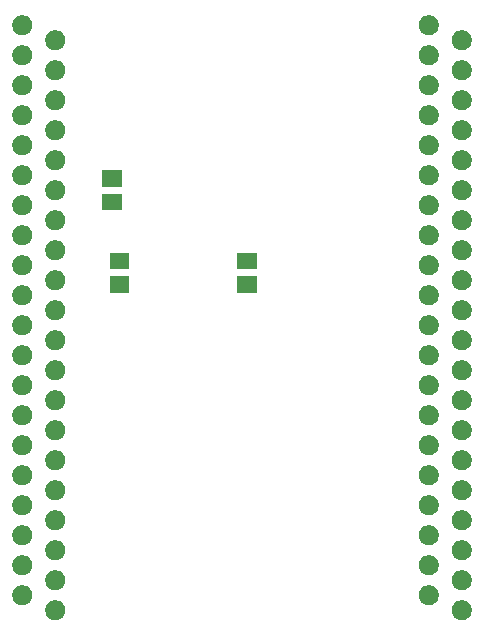
<source format=gbs>
G04 #@! TF.GenerationSoftware,KiCad,Pcbnew,(5.0.1-3-g963ef8bb5)*
G04 #@! TF.CreationDate,2019-05-18T08:25:07-07:00*
G04 #@! TF.ProjectId,oakram,6F616B72616D2E6B696361645F706362,rev?*
G04 #@! TF.SameCoordinates,Original*
G04 #@! TF.FileFunction,Soldermask,Bot*
G04 #@! TF.FilePolarity,Negative*
%FSLAX46Y46*%
G04 Gerber Fmt 4.6, Leading zero omitted, Abs format (unit mm)*
G04 Created by KiCad (PCBNEW (5.0.1-3-g963ef8bb5)) date Saturday, May 18, 2019 at 08:25:07 AM*
%MOMM*%
%LPD*%
G01*
G04 APERTURE LIST*
%ADD10C,0.100000*%
G04 APERTURE END LIST*
D10*
G36*
X159381934Y-124912664D02*
X159536627Y-124976740D01*
X159675847Y-125069764D01*
X159794236Y-125188153D01*
X159887260Y-125327373D01*
X159951336Y-125482066D01*
X159984000Y-125646281D01*
X159984000Y-125813719D01*
X159951336Y-125977934D01*
X159887260Y-126132627D01*
X159794236Y-126271847D01*
X159675847Y-126390236D01*
X159536627Y-126483260D01*
X159381934Y-126547336D01*
X159217719Y-126580000D01*
X159050281Y-126580000D01*
X158886066Y-126547336D01*
X158731373Y-126483260D01*
X158592153Y-126390236D01*
X158473764Y-126271847D01*
X158380740Y-126132627D01*
X158316664Y-125977934D01*
X158284000Y-125813719D01*
X158284000Y-125646281D01*
X158316664Y-125482066D01*
X158380740Y-125327373D01*
X158473764Y-125188153D01*
X158592153Y-125069764D01*
X158731373Y-124976740D01*
X158886066Y-124912664D01*
X159050281Y-124880000D01*
X159217719Y-124880000D01*
X159381934Y-124912664D01*
X159381934Y-124912664D01*
G37*
G36*
X124967934Y-124912664D02*
X125122627Y-124976740D01*
X125261847Y-125069764D01*
X125380236Y-125188153D01*
X125473260Y-125327373D01*
X125537336Y-125482066D01*
X125570000Y-125646281D01*
X125570000Y-125813719D01*
X125537336Y-125977934D01*
X125473260Y-126132627D01*
X125380236Y-126271847D01*
X125261847Y-126390236D01*
X125122627Y-126483260D01*
X124967934Y-126547336D01*
X124803719Y-126580000D01*
X124636281Y-126580000D01*
X124472066Y-126547336D01*
X124317373Y-126483260D01*
X124178153Y-126390236D01*
X124059764Y-126271847D01*
X123966740Y-126132627D01*
X123902664Y-125977934D01*
X123870000Y-125813719D01*
X123870000Y-125646281D01*
X123902664Y-125482066D01*
X123966740Y-125327373D01*
X124059764Y-125188153D01*
X124178153Y-125069764D01*
X124317373Y-124976740D01*
X124472066Y-124912664D01*
X124636281Y-124880000D01*
X124803719Y-124880000D01*
X124967934Y-124912664D01*
X124967934Y-124912664D01*
G37*
G36*
X156581934Y-123642664D02*
X156736627Y-123706740D01*
X156875847Y-123799764D01*
X156994236Y-123918153D01*
X157087260Y-124057373D01*
X157151336Y-124212066D01*
X157184000Y-124376281D01*
X157184000Y-124543719D01*
X157151336Y-124707934D01*
X157087260Y-124862627D01*
X156994236Y-125001847D01*
X156875847Y-125120236D01*
X156736627Y-125213260D01*
X156581934Y-125277336D01*
X156417719Y-125310000D01*
X156250281Y-125310000D01*
X156086066Y-125277336D01*
X155931373Y-125213260D01*
X155792153Y-125120236D01*
X155673764Y-125001847D01*
X155580740Y-124862627D01*
X155516664Y-124707934D01*
X155484000Y-124543719D01*
X155484000Y-124376281D01*
X155516664Y-124212066D01*
X155580740Y-124057373D01*
X155673764Y-123918153D01*
X155792153Y-123799764D01*
X155931373Y-123706740D01*
X156086066Y-123642664D01*
X156250281Y-123610000D01*
X156417719Y-123610000D01*
X156581934Y-123642664D01*
X156581934Y-123642664D01*
G37*
G36*
X122167934Y-123642664D02*
X122322627Y-123706740D01*
X122461847Y-123799764D01*
X122580236Y-123918153D01*
X122673260Y-124057373D01*
X122737336Y-124212066D01*
X122770000Y-124376281D01*
X122770000Y-124543719D01*
X122737336Y-124707934D01*
X122673260Y-124862627D01*
X122580236Y-125001847D01*
X122461847Y-125120236D01*
X122322627Y-125213260D01*
X122167934Y-125277336D01*
X122003719Y-125310000D01*
X121836281Y-125310000D01*
X121672066Y-125277336D01*
X121517373Y-125213260D01*
X121378153Y-125120236D01*
X121259764Y-125001847D01*
X121166740Y-124862627D01*
X121102664Y-124707934D01*
X121070000Y-124543719D01*
X121070000Y-124376281D01*
X121102664Y-124212066D01*
X121166740Y-124057373D01*
X121259764Y-123918153D01*
X121378153Y-123799764D01*
X121517373Y-123706740D01*
X121672066Y-123642664D01*
X121836281Y-123610000D01*
X122003719Y-123610000D01*
X122167934Y-123642664D01*
X122167934Y-123642664D01*
G37*
G36*
X124967934Y-122372664D02*
X125122627Y-122436740D01*
X125261847Y-122529764D01*
X125380236Y-122648153D01*
X125473260Y-122787373D01*
X125537336Y-122942066D01*
X125570000Y-123106281D01*
X125570000Y-123273719D01*
X125537336Y-123437934D01*
X125473260Y-123592627D01*
X125380236Y-123731847D01*
X125261847Y-123850236D01*
X125122627Y-123943260D01*
X124967934Y-124007336D01*
X124803719Y-124040000D01*
X124636281Y-124040000D01*
X124472066Y-124007336D01*
X124317373Y-123943260D01*
X124178153Y-123850236D01*
X124059764Y-123731847D01*
X123966740Y-123592627D01*
X123902664Y-123437934D01*
X123870000Y-123273719D01*
X123870000Y-123106281D01*
X123902664Y-122942066D01*
X123966740Y-122787373D01*
X124059764Y-122648153D01*
X124178153Y-122529764D01*
X124317373Y-122436740D01*
X124472066Y-122372664D01*
X124636281Y-122340000D01*
X124803719Y-122340000D01*
X124967934Y-122372664D01*
X124967934Y-122372664D01*
G37*
G36*
X159381934Y-122372664D02*
X159536627Y-122436740D01*
X159675847Y-122529764D01*
X159794236Y-122648153D01*
X159887260Y-122787373D01*
X159951336Y-122942066D01*
X159984000Y-123106281D01*
X159984000Y-123273719D01*
X159951336Y-123437934D01*
X159887260Y-123592627D01*
X159794236Y-123731847D01*
X159675847Y-123850236D01*
X159536627Y-123943260D01*
X159381934Y-124007336D01*
X159217719Y-124040000D01*
X159050281Y-124040000D01*
X158886066Y-124007336D01*
X158731373Y-123943260D01*
X158592153Y-123850236D01*
X158473764Y-123731847D01*
X158380740Y-123592627D01*
X158316664Y-123437934D01*
X158284000Y-123273719D01*
X158284000Y-123106281D01*
X158316664Y-122942066D01*
X158380740Y-122787373D01*
X158473764Y-122648153D01*
X158592153Y-122529764D01*
X158731373Y-122436740D01*
X158886066Y-122372664D01*
X159050281Y-122340000D01*
X159217719Y-122340000D01*
X159381934Y-122372664D01*
X159381934Y-122372664D01*
G37*
G36*
X156581934Y-121102664D02*
X156736627Y-121166740D01*
X156875847Y-121259764D01*
X156994236Y-121378153D01*
X157087260Y-121517373D01*
X157151336Y-121672066D01*
X157184000Y-121836281D01*
X157184000Y-122003719D01*
X157151336Y-122167934D01*
X157087260Y-122322627D01*
X156994236Y-122461847D01*
X156875847Y-122580236D01*
X156736627Y-122673260D01*
X156581934Y-122737336D01*
X156417719Y-122770000D01*
X156250281Y-122770000D01*
X156086066Y-122737336D01*
X155931373Y-122673260D01*
X155792153Y-122580236D01*
X155673764Y-122461847D01*
X155580740Y-122322627D01*
X155516664Y-122167934D01*
X155484000Y-122003719D01*
X155484000Y-121836281D01*
X155516664Y-121672066D01*
X155580740Y-121517373D01*
X155673764Y-121378153D01*
X155792153Y-121259764D01*
X155931373Y-121166740D01*
X156086066Y-121102664D01*
X156250281Y-121070000D01*
X156417719Y-121070000D01*
X156581934Y-121102664D01*
X156581934Y-121102664D01*
G37*
G36*
X122167934Y-121102664D02*
X122322627Y-121166740D01*
X122461847Y-121259764D01*
X122580236Y-121378153D01*
X122673260Y-121517373D01*
X122737336Y-121672066D01*
X122770000Y-121836281D01*
X122770000Y-122003719D01*
X122737336Y-122167934D01*
X122673260Y-122322627D01*
X122580236Y-122461847D01*
X122461847Y-122580236D01*
X122322627Y-122673260D01*
X122167934Y-122737336D01*
X122003719Y-122770000D01*
X121836281Y-122770000D01*
X121672066Y-122737336D01*
X121517373Y-122673260D01*
X121378153Y-122580236D01*
X121259764Y-122461847D01*
X121166740Y-122322627D01*
X121102664Y-122167934D01*
X121070000Y-122003719D01*
X121070000Y-121836281D01*
X121102664Y-121672066D01*
X121166740Y-121517373D01*
X121259764Y-121378153D01*
X121378153Y-121259764D01*
X121517373Y-121166740D01*
X121672066Y-121102664D01*
X121836281Y-121070000D01*
X122003719Y-121070000D01*
X122167934Y-121102664D01*
X122167934Y-121102664D01*
G37*
G36*
X124967934Y-119832664D02*
X125122627Y-119896740D01*
X125261847Y-119989764D01*
X125380236Y-120108153D01*
X125473260Y-120247373D01*
X125537336Y-120402066D01*
X125570000Y-120566281D01*
X125570000Y-120733719D01*
X125537336Y-120897934D01*
X125473260Y-121052627D01*
X125380236Y-121191847D01*
X125261847Y-121310236D01*
X125122627Y-121403260D01*
X124967934Y-121467336D01*
X124803719Y-121500000D01*
X124636281Y-121500000D01*
X124472066Y-121467336D01*
X124317373Y-121403260D01*
X124178153Y-121310236D01*
X124059764Y-121191847D01*
X123966740Y-121052627D01*
X123902664Y-120897934D01*
X123870000Y-120733719D01*
X123870000Y-120566281D01*
X123902664Y-120402066D01*
X123966740Y-120247373D01*
X124059764Y-120108153D01*
X124178153Y-119989764D01*
X124317373Y-119896740D01*
X124472066Y-119832664D01*
X124636281Y-119800000D01*
X124803719Y-119800000D01*
X124967934Y-119832664D01*
X124967934Y-119832664D01*
G37*
G36*
X159381934Y-119832664D02*
X159536627Y-119896740D01*
X159675847Y-119989764D01*
X159794236Y-120108153D01*
X159887260Y-120247373D01*
X159951336Y-120402066D01*
X159984000Y-120566281D01*
X159984000Y-120733719D01*
X159951336Y-120897934D01*
X159887260Y-121052627D01*
X159794236Y-121191847D01*
X159675847Y-121310236D01*
X159536627Y-121403260D01*
X159381934Y-121467336D01*
X159217719Y-121500000D01*
X159050281Y-121500000D01*
X158886066Y-121467336D01*
X158731373Y-121403260D01*
X158592153Y-121310236D01*
X158473764Y-121191847D01*
X158380740Y-121052627D01*
X158316664Y-120897934D01*
X158284000Y-120733719D01*
X158284000Y-120566281D01*
X158316664Y-120402066D01*
X158380740Y-120247373D01*
X158473764Y-120108153D01*
X158592153Y-119989764D01*
X158731373Y-119896740D01*
X158886066Y-119832664D01*
X159050281Y-119800000D01*
X159217719Y-119800000D01*
X159381934Y-119832664D01*
X159381934Y-119832664D01*
G37*
G36*
X156581934Y-118562664D02*
X156736627Y-118626740D01*
X156875847Y-118719764D01*
X156994236Y-118838153D01*
X157087260Y-118977373D01*
X157151336Y-119132066D01*
X157184000Y-119296281D01*
X157184000Y-119463719D01*
X157151336Y-119627934D01*
X157087260Y-119782627D01*
X156994236Y-119921847D01*
X156875847Y-120040236D01*
X156736627Y-120133260D01*
X156581934Y-120197336D01*
X156417719Y-120230000D01*
X156250281Y-120230000D01*
X156086066Y-120197336D01*
X155931373Y-120133260D01*
X155792153Y-120040236D01*
X155673764Y-119921847D01*
X155580740Y-119782627D01*
X155516664Y-119627934D01*
X155484000Y-119463719D01*
X155484000Y-119296281D01*
X155516664Y-119132066D01*
X155580740Y-118977373D01*
X155673764Y-118838153D01*
X155792153Y-118719764D01*
X155931373Y-118626740D01*
X156086066Y-118562664D01*
X156250281Y-118530000D01*
X156417719Y-118530000D01*
X156581934Y-118562664D01*
X156581934Y-118562664D01*
G37*
G36*
X122167934Y-118562664D02*
X122322627Y-118626740D01*
X122461847Y-118719764D01*
X122580236Y-118838153D01*
X122673260Y-118977373D01*
X122737336Y-119132066D01*
X122770000Y-119296281D01*
X122770000Y-119463719D01*
X122737336Y-119627934D01*
X122673260Y-119782627D01*
X122580236Y-119921847D01*
X122461847Y-120040236D01*
X122322627Y-120133260D01*
X122167934Y-120197336D01*
X122003719Y-120230000D01*
X121836281Y-120230000D01*
X121672066Y-120197336D01*
X121517373Y-120133260D01*
X121378153Y-120040236D01*
X121259764Y-119921847D01*
X121166740Y-119782627D01*
X121102664Y-119627934D01*
X121070000Y-119463719D01*
X121070000Y-119296281D01*
X121102664Y-119132066D01*
X121166740Y-118977373D01*
X121259764Y-118838153D01*
X121378153Y-118719764D01*
X121517373Y-118626740D01*
X121672066Y-118562664D01*
X121836281Y-118530000D01*
X122003719Y-118530000D01*
X122167934Y-118562664D01*
X122167934Y-118562664D01*
G37*
G36*
X159381934Y-117292664D02*
X159536627Y-117356740D01*
X159675847Y-117449764D01*
X159794236Y-117568153D01*
X159887260Y-117707373D01*
X159951336Y-117862066D01*
X159984000Y-118026281D01*
X159984000Y-118193719D01*
X159951336Y-118357934D01*
X159887260Y-118512627D01*
X159794236Y-118651847D01*
X159675847Y-118770236D01*
X159536627Y-118863260D01*
X159381934Y-118927336D01*
X159217719Y-118960000D01*
X159050281Y-118960000D01*
X158886066Y-118927336D01*
X158731373Y-118863260D01*
X158592153Y-118770236D01*
X158473764Y-118651847D01*
X158380740Y-118512627D01*
X158316664Y-118357934D01*
X158284000Y-118193719D01*
X158284000Y-118026281D01*
X158316664Y-117862066D01*
X158380740Y-117707373D01*
X158473764Y-117568153D01*
X158592153Y-117449764D01*
X158731373Y-117356740D01*
X158886066Y-117292664D01*
X159050281Y-117260000D01*
X159217719Y-117260000D01*
X159381934Y-117292664D01*
X159381934Y-117292664D01*
G37*
G36*
X124967934Y-117292664D02*
X125122627Y-117356740D01*
X125261847Y-117449764D01*
X125380236Y-117568153D01*
X125473260Y-117707373D01*
X125537336Y-117862066D01*
X125570000Y-118026281D01*
X125570000Y-118193719D01*
X125537336Y-118357934D01*
X125473260Y-118512627D01*
X125380236Y-118651847D01*
X125261847Y-118770236D01*
X125122627Y-118863260D01*
X124967934Y-118927336D01*
X124803719Y-118960000D01*
X124636281Y-118960000D01*
X124472066Y-118927336D01*
X124317373Y-118863260D01*
X124178153Y-118770236D01*
X124059764Y-118651847D01*
X123966740Y-118512627D01*
X123902664Y-118357934D01*
X123870000Y-118193719D01*
X123870000Y-118026281D01*
X123902664Y-117862066D01*
X123966740Y-117707373D01*
X124059764Y-117568153D01*
X124178153Y-117449764D01*
X124317373Y-117356740D01*
X124472066Y-117292664D01*
X124636281Y-117260000D01*
X124803719Y-117260000D01*
X124967934Y-117292664D01*
X124967934Y-117292664D01*
G37*
G36*
X156581934Y-116022664D02*
X156736627Y-116086740D01*
X156875847Y-116179764D01*
X156994236Y-116298153D01*
X157087260Y-116437373D01*
X157151336Y-116592066D01*
X157184000Y-116756281D01*
X157184000Y-116923719D01*
X157151336Y-117087934D01*
X157087260Y-117242627D01*
X156994236Y-117381847D01*
X156875847Y-117500236D01*
X156736627Y-117593260D01*
X156581934Y-117657336D01*
X156417719Y-117690000D01*
X156250281Y-117690000D01*
X156086066Y-117657336D01*
X155931373Y-117593260D01*
X155792153Y-117500236D01*
X155673764Y-117381847D01*
X155580740Y-117242627D01*
X155516664Y-117087934D01*
X155484000Y-116923719D01*
X155484000Y-116756281D01*
X155516664Y-116592066D01*
X155580740Y-116437373D01*
X155673764Y-116298153D01*
X155792153Y-116179764D01*
X155931373Y-116086740D01*
X156086066Y-116022664D01*
X156250281Y-115990000D01*
X156417719Y-115990000D01*
X156581934Y-116022664D01*
X156581934Y-116022664D01*
G37*
G36*
X122167934Y-116022664D02*
X122322627Y-116086740D01*
X122461847Y-116179764D01*
X122580236Y-116298153D01*
X122673260Y-116437373D01*
X122737336Y-116592066D01*
X122770000Y-116756281D01*
X122770000Y-116923719D01*
X122737336Y-117087934D01*
X122673260Y-117242627D01*
X122580236Y-117381847D01*
X122461847Y-117500236D01*
X122322627Y-117593260D01*
X122167934Y-117657336D01*
X122003719Y-117690000D01*
X121836281Y-117690000D01*
X121672066Y-117657336D01*
X121517373Y-117593260D01*
X121378153Y-117500236D01*
X121259764Y-117381847D01*
X121166740Y-117242627D01*
X121102664Y-117087934D01*
X121070000Y-116923719D01*
X121070000Y-116756281D01*
X121102664Y-116592066D01*
X121166740Y-116437373D01*
X121259764Y-116298153D01*
X121378153Y-116179764D01*
X121517373Y-116086740D01*
X121672066Y-116022664D01*
X121836281Y-115990000D01*
X122003719Y-115990000D01*
X122167934Y-116022664D01*
X122167934Y-116022664D01*
G37*
G36*
X124967934Y-114752664D02*
X125122627Y-114816740D01*
X125261847Y-114909764D01*
X125380236Y-115028153D01*
X125473260Y-115167373D01*
X125537336Y-115322066D01*
X125570000Y-115486281D01*
X125570000Y-115653719D01*
X125537336Y-115817934D01*
X125473260Y-115972627D01*
X125380236Y-116111847D01*
X125261847Y-116230236D01*
X125122627Y-116323260D01*
X124967934Y-116387336D01*
X124803719Y-116420000D01*
X124636281Y-116420000D01*
X124472066Y-116387336D01*
X124317373Y-116323260D01*
X124178153Y-116230236D01*
X124059764Y-116111847D01*
X123966740Y-115972627D01*
X123902664Y-115817934D01*
X123870000Y-115653719D01*
X123870000Y-115486281D01*
X123902664Y-115322066D01*
X123966740Y-115167373D01*
X124059764Y-115028153D01*
X124178153Y-114909764D01*
X124317373Y-114816740D01*
X124472066Y-114752664D01*
X124636281Y-114720000D01*
X124803719Y-114720000D01*
X124967934Y-114752664D01*
X124967934Y-114752664D01*
G37*
G36*
X159381934Y-114752664D02*
X159536627Y-114816740D01*
X159675847Y-114909764D01*
X159794236Y-115028153D01*
X159887260Y-115167373D01*
X159951336Y-115322066D01*
X159984000Y-115486281D01*
X159984000Y-115653719D01*
X159951336Y-115817934D01*
X159887260Y-115972627D01*
X159794236Y-116111847D01*
X159675847Y-116230236D01*
X159536627Y-116323260D01*
X159381934Y-116387336D01*
X159217719Y-116420000D01*
X159050281Y-116420000D01*
X158886066Y-116387336D01*
X158731373Y-116323260D01*
X158592153Y-116230236D01*
X158473764Y-116111847D01*
X158380740Y-115972627D01*
X158316664Y-115817934D01*
X158284000Y-115653719D01*
X158284000Y-115486281D01*
X158316664Y-115322066D01*
X158380740Y-115167373D01*
X158473764Y-115028153D01*
X158592153Y-114909764D01*
X158731373Y-114816740D01*
X158886066Y-114752664D01*
X159050281Y-114720000D01*
X159217719Y-114720000D01*
X159381934Y-114752664D01*
X159381934Y-114752664D01*
G37*
G36*
X122167934Y-113482664D02*
X122322627Y-113546740D01*
X122461847Y-113639764D01*
X122580236Y-113758153D01*
X122673260Y-113897373D01*
X122737336Y-114052066D01*
X122770000Y-114216281D01*
X122770000Y-114383719D01*
X122737336Y-114547934D01*
X122673260Y-114702627D01*
X122580236Y-114841847D01*
X122461847Y-114960236D01*
X122322627Y-115053260D01*
X122167934Y-115117336D01*
X122003719Y-115150000D01*
X121836281Y-115150000D01*
X121672066Y-115117336D01*
X121517373Y-115053260D01*
X121378153Y-114960236D01*
X121259764Y-114841847D01*
X121166740Y-114702627D01*
X121102664Y-114547934D01*
X121070000Y-114383719D01*
X121070000Y-114216281D01*
X121102664Y-114052066D01*
X121166740Y-113897373D01*
X121259764Y-113758153D01*
X121378153Y-113639764D01*
X121517373Y-113546740D01*
X121672066Y-113482664D01*
X121836281Y-113450000D01*
X122003719Y-113450000D01*
X122167934Y-113482664D01*
X122167934Y-113482664D01*
G37*
G36*
X156581934Y-113482664D02*
X156736627Y-113546740D01*
X156875847Y-113639764D01*
X156994236Y-113758153D01*
X157087260Y-113897373D01*
X157151336Y-114052066D01*
X157184000Y-114216281D01*
X157184000Y-114383719D01*
X157151336Y-114547934D01*
X157087260Y-114702627D01*
X156994236Y-114841847D01*
X156875847Y-114960236D01*
X156736627Y-115053260D01*
X156581934Y-115117336D01*
X156417719Y-115150000D01*
X156250281Y-115150000D01*
X156086066Y-115117336D01*
X155931373Y-115053260D01*
X155792153Y-114960236D01*
X155673764Y-114841847D01*
X155580740Y-114702627D01*
X155516664Y-114547934D01*
X155484000Y-114383719D01*
X155484000Y-114216281D01*
X155516664Y-114052066D01*
X155580740Y-113897373D01*
X155673764Y-113758153D01*
X155792153Y-113639764D01*
X155931373Y-113546740D01*
X156086066Y-113482664D01*
X156250281Y-113450000D01*
X156417719Y-113450000D01*
X156581934Y-113482664D01*
X156581934Y-113482664D01*
G37*
G36*
X159381934Y-112212664D02*
X159536627Y-112276740D01*
X159675847Y-112369764D01*
X159794236Y-112488153D01*
X159887260Y-112627373D01*
X159951336Y-112782066D01*
X159984000Y-112946281D01*
X159984000Y-113113719D01*
X159951336Y-113277934D01*
X159887260Y-113432627D01*
X159794236Y-113571847D01*
X159675847Y-113690236D01*
X159536627Y-113783260D01*
X159381934Y-113847336D01*
X159217719Y-113880000D01*
X159050281Y-113880000D01*
X158886066Y-113847336D01*
X158731373Y-113783260D01*
X158592153Y-113690236D01*
X158473764Y-113571847D01*
X158380740Y-113432627D01*
X158316664Y-113277934D01*
X158284000Y-113113719D01*
X158284000Y-112946281D01*
X158316664Y-112782066D01*
X158380740Y-112627373D01*
X158473764Y-112488153D01*
X158592153Y-112369764D01*
X158731373Y-112276740D01*
X158886066Y-112212664D01*
X159050281Y-112180000D01*
X159217719Y-112180000D01*
X159381934Y-112212664D01*
X159381934Y-112212664D01*
G37*
G36*
X124967934Y-112212664D02*
X125122627Y-112276740D01*
X125261847Y-112369764D01*
X125380236Y-112488153D01*
X125473260Y-112627373D01*
X125537336Y-112782066D01*
X125570000Y-112946281D01*
X125570000Y-113113719D01*
X125537336Y-113277934D01*
X125473260Y-113432627D01*
X125380236Y-113571847D01*
X125261847Y-113690236D01*
X125122627Y-113783260D01*
X124967934Y-113847336D01*
X124803719Y-113880000D01*
X124636281Y-113880000D01*
X124472066Y-113847336D01*
X124317373Y-113783260D01*
X124178153Y-113690236D01*
X124059764Y-113571847D01*
X123966740Y-113432627D01*
X123902664Y-113277934D01*
X123870000Y-113113719D01*
X123870000Y-112946281D01*
X123902664Y-112782066D01*
X123966740Y-112627373D01*
X124059764Y-112488153D01*
X124178153Y-112369764D01*
X124317373Y-112276740D01*
X124472066Y-112212664D01*
X124636281Y-112180000D01*
X124803719Y-112180000D01*
X124967934Y-112212664D01*
X124967934Y-112212664D01*
G37*
G36*
X122167934Y-110942664D02*
X122322627Y-111006740D01*
X122461847Y-111099764D01*
X122580236Y-111218153D01*
X122673260Y-111357373D01*
X122737336Y-111512066D01*
X122770000Y-111676281D01*
X122770000Y-111843719D01*
X122737336Y-112007934D01*
X122673260Y-112162627D01*
X122580236Y-112301847D01*
X122461847Y-112420236D01*
X122322627Y-112513260D01*
X122167934Y-112577336D01*
X122003719Y-112610000D01*
X121836281Y-112610000D01*
X121672066Y-112577336D01*
X121517373Y-112513260D01*
X121378153Y-112420236D01*
X121259764Y-112301847D01*
X121166740Y-112162627D01*
X121102664Y-112007934D01*
X121070000Y-111843719D01*
X121070000Y-111676281D01*
X121102664Y-111512066D01*
X121166740Y-111357373D01*
X121259764Y-111218153D01*
X121378153Y-111099764D01*
X121517373Y-111006740D01*
X121672066Y-110942664D01*
X121836281Y-110910000D01*
X122003719Y-110910000D01*
X122167934Y-110942664D01*
X122167934Y-110942664D01*
G37*
G36*
X156581934Y-110942664D02*
X156736627Y-111006740D01*
X156875847Y-111099764D01*
X156994236Y-111218153D01*
X157087260Y-111357373D01*
X157151336Y-111512066D01*
X157184000Y-111676281D01*
X157184000Y-111843719D01*
X157151336Y-112007934D01*
X157087260Y-112162627D01*
X156994236Y-112301847D01*
X156875847Y-112420236D01*
X156736627Y-112513260D01*
X156581934Y-112577336D01*
X156417719Y-112610000D01*
X156250281Y-112610000D01*
X156086066Y-112577336D01*
X155931373Y-112513260D01*
X155792153Y-112420236D01*
X155673764Y-112301847D01*
X155580740Y-112162627D01*
X155516664Y-112007934D01*
X155484000Y-111843719D01*
X155484000Y-111676281D01*
X155516664Y-111512066D01*
X155580740Y-111357373D01*
X155673764Y-111218153D01*
X155792153Y-111099764D01*
X155931373Y-111006740D01*
X156086066Y-110942664D01*
X156250281Y-110910000D01*
X156417719Y-110910000D01*
X156581934Y-110942664D01*
X156581934Y-110942664D01*
G37*
G36*
X124967934Y-109672664D02*
X125122627Y-109736740D01*
X125261847Y-109829764D01*
X125380236Y-109948153D01*
X125473260Y-110087373D01*
X125537336Y-110242066D01*
X125570000Y-110406281D01*
X125570000Y-110573719D01*
X125537336Y-110737934D01*
X125473260Y-110892627D01*
X125380236Y-111031847D01*
X125261847Y-111150236D01*
X125122627Y-111243260D01*
X124967934Y-111307336D01*
X124803719Y-111340000D01*
X124636281Y-111340000D01*
X124472066Y-111307336D01*
X124317373Y-111243260D01*
X124178153Y-111150236D01*
X124059764Y-111031847D01*
X123966740Y-110892627D01*
X123902664Y-110737934D01*
X123870000Y-110573719D01*
X123870000Y-110406281D01*
X123902664Y-110242066D01*
X123966740Y-110087373D01*
X124059764Y-109948153D01*
X124178153Y-109829764D01*
X124317373Y-109736740D01*
X124472066Y-109672664D01*
X124636281Y-109640000D01*
X124803719Y-109640000D01*
X124967934Y-109672664D01*
X124967934Y-109672664D01*
G37*
G36*
X159381934Y-109672664D02*
X159536627Y-109736740D01*
X159675847Y-109829764D01*
X159794236Y-109948153D01*
X159887260Y-110087373D01*
X159951336Y-110242066D01*
X159984000Y-110406281D01*
X159984000Y-110573719D01*
X159951336Y-110737934D01*
X159887260Y-110892627D01*
X159794236Y-111031847D01*
X159675847Y-111150236D01*
X159536627Y-111243260D01*
X159381934Y-111307336D01*
X159217719Y-111340000D01*
X159050281Y-111340000D01*
X158886066Y-111307336D01*
X158731373Y-111243260D01*
X158592153Y-111150236D01*
X158473764Y-111031847D01*
X158380740Y-110892627D01*
X158316664Y-110737934D01*
X158284000Y-110573719D01*
X158284000Y-110406281D01*
X158316664Y-110242066D01*
X158380740Y-110087373D01*
X158473764Y-109948153D01*
X158592153Y-109829764D01*
X158731373Y-109736740D01*
X158886066Y-109672664D01*
X159050281Y-109640000D01*
X159217719Y-109640000D01*
X159381934Y-109672664D01*
X159381934Y-109672664D01*
G37*
G36*
X122167934Y-108402664D02*
X122322627Y-108466740D01*
X122461847Y-108559764D01*
X122580236Y-108678153D01*
X122673260Y-108817373D01*
X122737336Y-108972066D01*
X122770000Y-109136281D01*
X122770000Y-109303719D01*
X122737336Y-109467934D01*
X122673260Y-109622627D01*
X122580236Y-109761847D01*
X122461847Y-109880236D01*
X122322627Y-109973260D01*
X122167934Y-110037336D01*
X122003719Y-110070000D01*
X121836281Y-110070000D01*
X121672066Y-110037336D01*
X121517373Y-109973260D01*
X121378153Y-109880236D01*
X121259764Y-109761847D01*
X121166740Y-109622627D01*
X121102664Y-109467934D01*
X121070000Y-109303719D01*
X121070000Y-109136281D01*
X121102664Y-108972066D01*
X121166740Y-108817373D01*
X121259764Y-108678153D01*
X121378153Y-108559764D01*
X121517373Y-108466740D01*
X121672066Y-108402664D01*
X121836281Y-108370000D01*
X122003719Y-108370000D01*
X122167934Y-108402664D01*
X122167934Y-108402664D01*
G37*
G36*
X156581934Y-108402664D02*
X156736627Y-108466740D01*
X156875847Y-108559764D01*
X156994236Y-108678153D01*
X157087260Y-108817373D01*
X157151336Y-108972066D01*
X157184000Y-109136281D01*
X157184000Y-109303719D01*
X157151336Y-109467934D01*
X157087260Y-109622627D01*
X156994236Y-109761847D01*
X156875847Y-109880236D01*
X156736627Y-109973260D01*
X156581934Y-110037336D01*
X156417719Y-110070000D01*
X156250281Y-110070000D01*
X156086066Y-110037336D01*
X155931373Y-109973260D01*
X155792153Y-109880236D01*
X155673764Y-109761847D01*
X155580740Y-109622627D01*
X155516664Y-109467934D01*
X155484000Y-109303719D01*
X155484000Y-109136281D01*
X155516664Y-108972066D01*
X155580740Y-108817373D01*
X155673764Y-108678153D01*
X155792153Y-108559764D01*
X155931373Y-108466740D01*
X156086066Y-108402664D01*
X156250281Y-108370000D01*
X156417719Y-108370000D01*
X156581934Y-108402664D01*
X156581934Y-108402664D01*
G37*
G36*
X124967934Y-107132664D02*
X125122627Y-107196740D01*
X125261847Y-107289764D01*
X125380236Y-107408153D01*
X125473260Y-107547373D01*
X125537336Y-107702066D01*
X125570000Y-107866281D01*
X125570000Y-108033719D01*
X125537336Y-108197934D01*
X125473260Y-108352627D01*
X125380236Y-108491847D01*
X125261847Y-108610236D01*
X125122627Y-108703260D01*
X124967934Y-108767336D01*
X124803719Y-108800000D01*
X124636281Y-108800000D01*
X124472066Y-108767336D01*
X124317373Y-108703260D01*
X124178153Y-108610236D01*
X124059764Y-108491847D01*
X123966740Y-108352627D01*
X123902664Y-108197934D01*
X123870000Y-108033719D01*
X123870000Y-107866281D01*
X123902664Y-107702066D01*
X123966740Y-107547373D01*
X124059764Y-107408153D01*
X124178153Y-107289764D01*
X124317373Y-107196740D01*
X124472066Y-107132664D01*
X124636281Y-107100000D01*
X124803719Y-107100000D01*
X124967934Y-107132664D01*
X124967934Y-107132664D01*
G37*
G36*
X159381934Y-107132664D02*
X159536627Y-107196740D01*
X159675847Y-107289764D01*
X159794236Y-107408153D01*
X159887260Y-107547373D01*
X159951336Y-107702066D01*
X159984000Y-107866281D01*
X159984000Y-108033719D01*
X159951336Y-108197934D01*
X159887260Y-108352627D01*
X159794236Y-108491847D01*
X159675847Y-108610236D01*
X159536627Y-108703260D01*
X159381934Y-108767336D01*
X159217719Y-108800000D01*
X159050281Y-108800000D01*
X158886066Y-108767336D01*
X158731373Y-108703260D01*
X158592153Y-108610236D01*
X158473764Y-108491847D01*
X158380740Y-108352627D01*
X158316664Y-108197934D01*
X158284000Y-108033719D01*
X158284000Y-107866281D01*
X158316664Y-107702066D01*
X158380740Y-107547373D01*
X158473764Y-107408153D01*
X158592153Y-107289764D01*
X158731373Y-107196740D01*
X158886066Y-107132664D01*
X159050281Y-107100000D01*
X159217719Y-107100000D01*
X159381934Y-107132664D01*
X159381934Y-107132664D01*
G37*
G36*
X156581934Y-105862664D02*
X156736627Y-105926740D01*
X156875847Y-106019764D01*
X156994236Y-106138153D01*
X157087260Y-106277373D01*
X157151336Y-106432066D01*
X157184000Y-106596281D01*
X157184000Y-106763719D01*
X157151336Y-106927934D01*
X157087260Y-107082627D01*
X156994236Y-107221847D01*
X156875847Y-107340236D01*
X156736627Y-107433260D01*
X156581934Y-107497336D01*
X156417719Y-107530000D01*
X156250281Y-107530000D01*
X156086066Y-107497336D01*
X155931373Y-107433260D01*
X155792153Y-107340236D01*
X155673764Y-107221847D01*
X155580740Y-107082627D01*
X155516664Y-106927934D01*
X155484000Y-106763719D01*
X155484000Y-106596281D01*
X155516664Y-106432066D01*
X155580740Y-106277373D01*
X155673764Y-106138153D01*
X155792153Y-106019764D01*
X155931373Y-105926740D01*
X156086066Y-105862664D01*
X156250281Y-105830000D01*
X156417719Y-105830000D01*
X156581934Y-105862664D01*
X156581934Y-105862664D01*
G37*
G36*
X122167934Y-105862664D02*
X122322627Y-105926740D01*
X122461847Y-106019764D01*
X122580236Y-106138153D01*
X122673260Y-106277373D01*
X122737336Y-106432066D01*
X122770000Y-106596281D01*
X122770000Y-106763719D01*
X122737336Y-106927934D01*
X122673260Y-107082627D01*
X122580236Y-107221847D01*
X122461847Y-107340236D01*
X122322627Y-107433260D01*
X122167934Y-107497336D01*
X122003719Y-107530000D01*
X121836281Y-107530000D01*
X121672066Y-107497336D01*
X121517373Y-107433260D01*
X121378153Y-107340236D01*
X121259764Y-107221847D01*
X121166740Y-107082627D01*
X121102664Y-106927934D01*
X121070000Y-106763719D01*
X121070000Y-106596281D01*
X121102664Y-106432066D01*
X121166740Y-106277373D01*
X121259764Y-106138153D01*
X121378153Y-106019764D01*
X121517373Y-105926740D01*
X121672066Y-105862664D01*
X121836281Y-105830000D01*
X122003719Y-105830000D01*
X122167934Y-105862664D01*
X122167934Y-105862664D01*
G37*
G36*
X159381934Y-104592664D02*
X159536627Y-104656740D01*
X159675847Y-104749764D01*
X159794236Y-104868153D01*
X159887260Y-105007373D01*
X159951336Y-105162066D01*
X159984000Y-105326281D01*
X159984000Y-105493719D01*
X159951336Y-105657934D01*
X159887260Y-105812627D01*
X159794236Y-105951847D01*
X159675847Y-106070236D01*
X159536627Y-106163260D01*
X159381934Y-106227336D01*
X159217719Y-106260000D01*
X159050281Y-106260000D01*
X158886066Y-106227336D01*
X158731373Y-106163260D01*
X158592153Y-106070236D01*
X158473764Y-105951847D01*
X158380740Y-105812627D01*
X158316664Y-105657934D01*
X158284000Y-105493719D01*
X158284000Y-105326281D01*
X158316664Y-105162066D01*
X158380740Y-105007373D01*
X158473764Y-104868153D01*
X158592153Y-104749764D01*
X158731373Y-104656740D01*
X158886066Y-104592664D01*
X159050281Y-104560000D01*
X159217719Y-104560000D01*
X159381934Y-104592664D01*
X159381934Y-104592664D01*
G37*
G36*
X124967934Y-104592664D02*
X125122627Y-104656740D01*
X125261847Y-104749764D01*
X125380236Y-104868153D01*
X125473260Y-105007373D01*
X125537336Y-105162066D01*
X125570000Y-105326281D01*
X125570000Y-105493719D01*
X125537336Y-105657934D01*
X125473260Y-105812627D01*
X125380236Y-105951847D01*
X125261847Y-106070236D01*
X125122627Y-106163260D01*
X124967934Y-106227336D01*
X124803719Y-106260000D01*
X124636281Y-106260000D01*
X124472066Y-106227336D01*
X124317373Y-106163260D01*
X124178153Y-106070236D01*
X124059764Y-105951847D01*
X123966740Y-105812627D01*
X123902664Y-105657934D01*
X123870000Y-105493719D01*
X123870000Y-105326281D01*
X123902664Y-105162066D01*
X123966740Y-105007373D01*
X124059764Y-104868153D01*
X124178153Y-104749764D01*
X124317373Y-104656740D01*
X124472066Y-104592664D01*
X124636281Y-104560000D01*
X124803719Y-104560000D01*
X124967934Y-104592664D01*
X124967934Y-104592664D01*
G37*
G36*
X156581934Y-103322664D02*
X156736627Y-103386740D01*
X156875847Y-103479764D01*
X156994236Y-103598153D01*
X157087260Y-103737373D01*
X157151336Y-103892066D01*
X157184000Y-104056281D01*
X157184000Y-104223719D01*
X157151336Y-104387934D01*
X157087260Y-104542627D01*
X156994236Y-104681847D01*
X156875847Y-104800236D01*
X156736627Y-104893260D01*
X156581934Y-104957336D01*
X156417719Y-104990000D01*
X156250281Y-104990000D01*
X156086066Y-104957336D01*
X155931373Y-104893260D01*
X155792153Y-104800236D01*
X155673764Y-104681847D01*
X155580740Y-104542627D01*
X155516664Y-104387934D01*
X155484000Y-104223719D01*
X155484000Y-104056281D01*
X155516664Y-103892066D01*
X155580740Y-103737373D01*
X155673764Y-103598153D01*
X155792153Y-103479764D01*
X155931373Y-103386740D01*
X156086066Y-103322664D01*
X156250281Y-103290000D01*
X156417719Y-103290000D01*
X156581934Y-103322664D01*
X156581934Y-103322664D01*
G37*
G36*
X122167934Y-103322664D02*
X122322627Y-103386740D01*
X122461847Y-103479764D01*
X122580236Y-103598153D01*
X122673260Y-103737373D01*
X122737336Y-103892066D01*
X122770000Y-104056281D01*
X122770000Y-104223719D01*
X122737336Y-104387934D01*
X122673260Y-104542627D01*
X122580236Y-104681847D01*
X122461847Y-104800236D01*
X122322627Y-104893260D01*
X122167934Y-104957336D01*
X122003719Y-104990000D01*
X121836281Y-104990000D01*
X121672066Y-104957336D01*
X121517373Y-104893260D01*
X121378153Y-104800236D01*
X121259764Y-104681847D01*
X121166740Y-104542627D01*
X121102664Y-104387934D01*
X121070000Y-104223719D01*
X121070000Y-104056281D01*
X121102664Y-103892066D01*
X121166740Y-103737373D01*
X121259764Y-103598153D01*
X121378153Y-103479764D01*
X121517373Y-103386740D01*
X121672066Y-103322664D01*
X121836281Y-103290000D01*
X122003719Y-103290000D01*
X122167934Y-103322664D01*
X122167934Y-103322664D01*
G37*
G36*
X124967934Y-102052664D02*
X125122627Y-102116740D01*
X125261847Y-102209764D01*
X125380236Y-102328153D01*
X125473260Y-102467373D01*
X125537336Y-102622066D01*
X125570000Y-102786281D01*
X125570000Y-102953719D01*
X125537336Y-103117934D01*
X125473260Y-103272627D01*
X125380236Y-103411847D01*
X125261847Y-103530236D01*
X125122627Y-103623260D01*
X124967934Y-103687336D01*
X124803719Y-103720000D01*
X124636281Y-103720000D01*
X124472066Y-103687336D01*
X124317373Y-103623260D01*
X124178153Y-103530236D01*
X124059764Y-103411847D01*
X123966740Y-103272627D01*
X123902664Y-103117934D01*
X123870000Y-102953719D01*
X123870000Y-102786281D01*
X123902664Y-102622066D01*
X123966740Y-102467373D01*
X124059764Y-102328153D01*
X124178153Y-102209764D01*
X124317373Y-102116740D01*
X124472066Y-102052664D01*
X124636281Y-102020000D01*
X124803719Y-102020000D01*
X124967934Y-102052664D01*
X124967934Y-102052664D01*
G37*
G36*
X159381934Y-102052664D02*
X159536627Y-102116740D01*
X159675847Y-102209764D01*
X159794236Y-102328153D01*
X159887260Y-102467373D01*
X159951336Y-102622066D01*
X159984000Y-102786281D01*
X159984000Y-102953719D01*
X159951336Y-103117934D01*
X159887260Y-103272627D01*
X159794236Y-103411847D01*
X159675847Y-103530236D01*
X159536627Y-103623260D01*
X159381934Y-103687336D01*
X159217719Y-103720000D01*
X159050281Y-103720000D01*
X158886066Y-103687336D01*
X158731373Y-103623260D01*
X158592153Y-103530236D01*
X158473764Y-103411847D01*
X158380740Y-103272627D01*
X158316664Y-103117934D01*
X158284000Y-102953719D01*
X158284000Y-102786281D01*
X158316664Y-102622066D01*
X158380740Y-102467373D01*
X158473764Y-102328153D01*
X158592153Y-102209764D01*
X158731373Y-102116740D01*
X158886066Y-102052664D01*
X159050281Y-102020000D01*
X159217719Y-102020000D01*
X159381934Y-102052664D01*
X159381934Y-102052664D01*
G37*
G36*
X156581934Y-100782664D02*
X156736627Y-100846740D01*
X156875847Y-100939764D01*
X156994236Y-101058153D01*
X157087260Y-101197373D01*
X157151336Y-101352066D01*
X157184000Y-101516281D01*
X157184000Y-101683719D01*
X157151336Y-101847934D01*
X157087260Y-102002627D01*
X156994236Y-102141847D01*
X156875847Y-102260236D01*
X156736627Y-102353260D01*
X156581934Y-102417336D01*
X156417719Y-102450000D01*
X156250281Y-102450000D01*
X156086066Y-102417336D01*
X155931373Y-102353260D01*
X155792153Y-102260236D01*
X155673764Y-102141847D01*
X155580740Y-102002627D01*
X155516664Y-101847934D01*
X155484000Y-101683719D01*
X155484000Y-101516281D01*
X155516664Y-101352066D01*
X155580740Y-101197373D01*
X155673764Y-101058153D01*
X155792153Y-100939764D01*
X155931373Y-100846740D01*
X156086066Y-100782664D01*
X156250281Y-100750000D01*
X156417719Y-100750000D01*
X156581934Y-100782664D01*
X156581934Y-100782664D01*
G37*
G36*
X122167934Y-100782664D02*
X122322627Y-100846740D01*
X122461847Y-100939764D01*
X122580236Y-101058153D01*
X122673260Y-101197373D01*
X122737336Y-101352066D01*
X122770000Y-101516281D01*
X122770000Y-101683719D01*
X122737336Y-101847934D01*
X122673260Y-102002627D01*
X122580236Y-102141847D01*
X122461847Y-102260236D01*
X122322627Y-102353260D01*
X122167934Y-102417336D01*
X122003719Y-102450000D01*
X121836281Y-102450000D01*
X121672066Y-102417336D01*
X121517373Y-102353260D01*
X121378153Y-102260236D01*
X121259764Y-102141847D01*
X121166740Y-102002627D01*
X121102664Y-101847934D01*
X121070000Y-101683719D01*
X121070000Y-101516281D01*
X121102664Y-101352066D01*
X121166740Y-101197373D01*
X121259764Y-101058153D01*
X121378153Y-100939764D01*
X121517373Y-100846740D01*
X121672066Y-100782664D01*
X121836281Y-100750000D01*
X122003719Y-100750000D01*
X122167934Y-100782664D01*
X122167934Y-100782664D01*
G37*
G36*
X124967934Y-99512664D02*
X125122627Y-99576740D01*
X125261847Y-99669764D01*
X125380236Y-99788153D01*
X125473260Y-99927373D01*
X125537336Y-100082066D01*
X125570000Y-100246281D01*
X125570000Y-100413719D01*
X125537336Y-100577934D01*
X125473260Y-100732627D01*
X125380236Y-100871847D01*
X125261847Y-100990236D01*
X125122627Y-101083260D01*
X124967934Y-101147336D01*
X124803719Y-101180000D01*
X124636281Y-101180000D01*
X124472066Y-101147336D01*
X124317373Y-101083260D01*
X124178153Y-100990236D01*
X124059764Y-100871847D01*
X123966740Y-100732627D01*
X123902664Y-100577934D01*
X123870000Y-100413719D01*
X123870000Y-100246281D01*
X123902664Y-100082066D01*
X123966740Y-99927373D01*
X124059764Y-99788153D01*
X124178153Y-99669764D01*
X124317373Y-99576740D01*
X124472066Y-99512664D01*
X124636281Y-99480000D01*
X124803719Y-99480000D01*
X124967934Y-99512664D01*
X124967934Y-99512664D01*
G37*
G36*
X159381934Y-99512664D02*
X159536627Y-99576740D01*
X159675847Y-99669764D01*
X159794236Y-99788153D01*
X159887260Y-99927373D01*
X159951336Y-100082066D01*
X159984000Y-100246281D01*
X159984000Y-100413719D01*
X159951336Y-100577934D01*
X159887260Y-100732627D01*
X159794236Y-100871847D01*
X159675847Y-100990236D01*
X159536627Y-101083260D01*
X159381934Y-101147336D01*
X159217719Y-101180000D01*
X159050281Y-101180000D01*
X158886066Y-101147336D01*
X158731373Y-101083260D01*
X158592153Y-100990236D01*
X158473764Y-100871847D01*
X158380740Y-100732627D01*
X158316664Y-100577934D01*
X158284000Y-100413719D01*
X158284000Y-100246281D01*
X158316664Y-100082066D01*
X158380740Y-99927373D01*
X158473764Y-99788153D01*
X158592153Y-99669764D01*
X158731373Y-99576740D01*
X158886066Y-99512664D01*
X159050281Y-99480000D01*
X159217719Y-99480000D01*
X159381934Y-99512664D01*
X159381934Y-99512664D01*
G37*
G36*
X156581934Y-98242664D02*
X156736627Y-98306740D01*
X156875847Y-98399764D01*
X156994236Y-98518153D01*
X157087260Y-98657373D01*
X157151336Y-98812066D01*
X157184000Y-98976281D01*
X157184000Y-99143719D01*
X157151336Y-99307934D01*
X157087260Y-99462627D01*
X156994236Y-99601847D01*
X156875847Y-99720236D01*
X156736627Y-99813260D01*
X156581934Y-99877336D01*
X156417719Y-99910000D01*
X156250281Y-99910000D01*
X156086066Y-99877336D01*
X155931373Y-99813260D01*
X155792153Y-99720236D01*
X155673764Y-99601847D01*
X155580740Y-99462627D01*
X155516664Y-99307934D01*
X155484000Y-99143719D01*
X155484000Y-98976281D01*
X155516664Y-98812066D01*
X155580740Y-98657373D01*
X155673764Y-98518153D01*
X155792153Y-98399764D01*
X155931373Y-98306740D01*
X156086066Y-98242664D01*
X156250281Y-98210000D01*
X156417719Y-98210000D01*
X156581934Y-98242664D01*
X156581934Y-98242664D01*
G37*
G36*
X122167934Y-98242664D02*
X122322627Y-98306740D01*
X122461847Y-98399764D01*
X122580236Y-98518153D01*
X122673260Y-98657373D01*
X122737336Y-98812066D01*
X122770000Y-98976281D01*
X122770000Y-99143719D01*
X122737336Y-99307934D01*
X122673260Y-99462627D01*
X122580236Y-99601847D01*
X122461847Y-99720236D01*
X122322627Y-99813260D01*
X122167934Y-99877336D01*
X122003719Y-99910000D01*
X121836281Y-99910000D01*
X121672066Y-99877336D01*
X121517373Y-99813260D01*
X121378153Y-99720236D01*
X121259764Y-99601847D01*
X121166740Y-99462627D01*
X121102664Y-99307934D01*
X121070000Y-99143719D01*
X121070000Y-98976281D01*
X121102664Y-98812066D01*
X121166740Y-98657373D01*
X121259764Y-98518153D01*
X121378153Y-98399764D01*
X121517373Y-98306740D01*
X121672066Y-98242664D01*
X121836281Y-98210000D01*
X122003719Y-98210000D01*
X122167934Y-98242664D01*
X122167934Y-98242664D01*
G37*
G36*
X131000000Y-98855000D02*
X129350000Y-98855000D01*
X129350000Y-97455000D01*
X131000000Y-97455000D01*
X131000000Y-98855000D01*
X131000000Y-98855000D01*
G37*
G36*
X141795000Y-98855000D02*
X140145000Y-98855000D01*
X140145000Y-97455000D01*
X141795000Y-97455000D01*
X141795000Y-98855000D01*
X141795000Y-98855000D01*
G37*
G36*
X124967934Y-96972664D02*
X125122627Y-97036740D01*
X125261847Y-97129764D01*
X125380236Y-97248153D01*
X125473260Y-97387373D01*
X125537336Y-97542066D01*
X125570000Y-97706281D01*
X125570000Y-97873719D01*
X125537336Y-98037934D01*
X125473260Y-98192627D01*
X125380236Y-98331847D01*
X125261847Y-98450236D01*
X125122627Y-98543260D01*
X124967934Y-98607336D01*
X124803719Y-98640000D01*
X124636281Y-98640000D01*
X124472066Y-98607336D01*
X124317373Y-98543260D01*
X124178153Y-98450236D01*
X124059764Y-98331847D01*
X123966740Y-98192627D01*
X123902664Y-98037934D01*
X123870000Y-97873719D01*
X123870000Y-97706281D01*
X123902664Y-97542066D01*
X123966740Y-97387373D01*
X124059764Y-97248153D01*
X124178153Y-97129764D01*
X124317373Y-97036740D01*
X124472066Y-96972664D01*
X124636281Y-96940000D01*
X124803719Y-96940000D01*
X124967934Y-96972664D01*
X124967934Y-96972664D01*
G37*
G36*
X159381934Y-96972664D02*
X159536627Y-97036740D01*
X159675847Y-97129764D01*
X159794236Y-97248153D01*
X159887260Y-97387373D01*
X159951336Y-97542066D01*
X159984000Y-97706281D01*
X159984000Y-97873719D01*
X159951336Y-98037934D01*
X159887260Y-98192627D01*
X159794236Y-98331847D01*
X159675847Y-98450236D01*
X159536627Y-98543260D01*
X159381934Y-98607336D01*
X159217719Y-98640000D01*
X159050281Y-98640000D01*
X158886066Y-98607336D01*
X158731373Y-98543260D01*
X158592153Y-98450236D01*
X158473764Y-98331847D01*
X158380740Y-98192627D01*
X158316664Y-98037934D01*
X158284000Y-97873719D01*
X158284000Y-97706281D01*
X158316664Y-97542066D01*
X158380740Y-97387373D01*
X158473764Y-97248153D01*
X158592153Y-97129764D01*
X158731373Y-97036740D01*
X158886066Y-96972664D01*
X159050281Y-96940000D01*
X159217719Y-96940000D01*
X159381934Y-96972664D01*
X159381934Y-96972664D01*
G37*
G36*
X122167934Y-95702664D02*
X122322627Y-95766740D01*
X122461847Y-95859764D01*
X122580236Y-95978153D01*
X122673260Y-96117373D01*
X122737336Y-96272066D01*
X122770000Y-96436281D01*
X122770000Y-96603719D01*
X122737336Y-96767934D01*
X122673260Y-96922627D01*
X122580236Y-97061847D01*
X122461847Y-97180236D01*
X122322627Y-97273260D01*
X122167934Y-97337336D01*
X122003719Y-97370000D01*
X121836281Y-97370000D01*
X121672066Y-97337336D01*
X121517373Y-97273260D01*
X121378153Y-97180236D01*
X121259764Y-97061847D01*
X121166740Y-96922627D01*
X121102664Y-96767934D01*
X121070000Y-96603719D01*
X121070000Y-96436281D01*
X121102664Y-96272066D01*
X121166740Y-96117373D01*
X121259764Y-95978153D01*
X121378153Y-95859764D01*
X121517373Y-95766740D01*
X121672066Y-95702664D01*
X121836281Y-95670000D01*
X122003719Y-95670000D01*
X122167934Y-95702664D01*
X122167934Y-95702664D01*
G37*
G36*
X156581934Y-95702664D02*
X156736627Y-95766740D01*
X156875847Y-95859764D01*
X156994236Y-95978153D01*
X157087260Y-96117373D01*
X157151336Y-96272066D01*
X157184000Y-96436281D01*
X157184000Y-96603719D01*
X157151336Y-96767934D01*
X157087260Y-96922627D01*
X156994236Y-97061847D01*
X156875847Y-97180236D01*
X156736627Y-97273260D01*
X156581934Y-97337336D01*
X156417719Y-97370000D01*
X156250281Y-97370000D01*
X156086066Y-97337336D01*
X155931373Y-97273260D01*
X155792153Y-97180236D01*
X155673764Y-97061847D01*
X155580740Y-96922627D01*
X155516664Y-96767934D01*
X155484000Y-96603719D01*
X155484000Y-96436281D01*
X155516664Y-96272066D01*
X155580740Y-96117373D01*
X155673764Y-95978153D01*
X155792153Y-95859764D01*
X155931373Y-95766740D01*
X156086066Y-95702664D01*
X156250281Y-95670000D01*
X156417719Y-95670000D01*
X156581934Y-95702664D01*
X156581934Y-95702664D01*
G37*
G36*
X131000000Y-96855000D02*
X129350000Y-96855000D01*
X129350000Y-95455000D01*
X131000000Y-95455000D01*
X131000000Y-96855000D01*
X131000000Y-96855000D01*
G37*
G36*
X141795000Y-96855000D02*
X140145000Y-96855000D01*
X140145000Y-95455000D01*
X141795000Y-95455000D01*
X141795000Y-96855000D01*
X141795000Y-96855000D01*
G37*
G36*
X124967934Y-94432664D02*
X125122627Y-94496740D01*
X125261847Y-94589764D01*
X125380236Y-94708153D01*
X125473260Y-94847373D01*
X125537336Y-95002066D01*
X125570000Y-95166281D01*
X125570000Y-95333719D01*
X125537336Y-95497934D01*
X125473260Y-95652627D01*
X125380236Y-95791847D01*
X125261847Y-95910236D01*
X125122627Y-96003260D01*
X124967934Y-96067336D01*
X124803719Y-96100000D01*
X124636281Y-96100000D01*
X124472066Y-96067336D01*
X124317373Y-96003260D01*
X124178153Y-95910236D01*
X124059764Y-95791847D01*
X123966740Y-95652627D01*
X123902664Y-95497934D01*
X123870000Y-95333719D01*
X123870000Y-95166281D01*
X123902664Y-95002066D01*
X123966740Y-94847373D01*
X124059764Y-94708153D01*
X124178153Y-94589764D01*
X124317373Y-94496740D01*
X124472066Y-94432664D01*
X124636281Y-94400000D01*
X124803719Y-94400000D01*
X124967934Y-94432664D01*
X124967934Y-94432664D01*
G37*
G36*
X159381934Y-94432664D02*
X159536627Y-94496740D01*
X159675847Y-94589764D01*
X159794236Y-94708153D01*
X159887260Y-94847373D01*
X159951336Y-95002066D01*
X159984000Y-95166281D01*
X159984000Y-95333719D01*
X159951336Y-95497934D01*
X159887260Y-95652627D01*
X159794236Y-95791847D01*
X159675847Y-95910236D01*
X159536627Y-96003260D01*
X159381934Y-96067336D01*
X159217719Y-96100000D01*
X159050281Y-96100000D01*
X158886066Y-96067336D01*
X158731373Y-96003260D01*
X158592153Y-95910236D01*
X158473764Y-95791847D01*
X158380740Y-95652627D01*
X158316664Y-95497934D01*
X158284000Y-95333719D01*
X158284000Y-95166281D01*
X158316664Y-95002066D01*
X158380740Y-94847373D01*
X158473764Y-94708153D01*
X158592153Y-94589764D01*
X158731373Y-94496740D01*
X158886066Y-94432664D01*
X159050281Y-94400000D01*
X159217719Y-94400000D01*
X159381934Y-94432664D01*
X159381934Y-94432664D01*
G37*
G36*
X122167934Y-93162664D02*
X122322627Y-93226740D01*
X122461847Y-93319764D01*
X122580236Y-93438153D01*
X122673260Y-93577373D01*
X122737336Y-93732066D01*
X122770000Y-93896281D01*
X122770000Y-94063719D01*
X122737336Y-94227934D01*
X122673260Y-94382627D01*
X122580236Y-94521847D01*
X122461847Y-94640236D01*
X122322627Y-94733260D01*
X122167934Y-94797336D01*
X122003719Y-94830000D01*
X121836281Y-94830000D01*
X121672066Y-94797336D01*
X121517373Y-94733260D01*
X121378153Y-94640236D01*
X121259764Y-94521847D01*
X121166740Y-94382627D01*
X121102664Y-94227934D01*
X121070000Y-94063719D01*
X121070000Y-93896281D01*
X121102664Y-93732066D01*
X121166740Y-93577373D01*
X121259764Y-93438153D01*
X121378153Y-93319764D01*
X121517373Y-93226740D01*
X121672066Y-93162664D01*
X121836281Y-93130000D01*
X122003719Y-93130000D01*
X122167934Y-93162664D01*
X122167934Y-93162664D01*
G37*
G36*
X156581934Y-93162664D02*
X156736627Y-93226740D01*
X156875847Y-93319764D01*
X156994236Y-93438153D01*
X157087260Y-93577373D01*
X157151336Y-93732066D01*
X157184000Y-93896281D01*
X157184000Y-94063719D01*
X157151336Y-94227934D01*
X157087260Y-94382627D01*
X156994236Y-94521847D01*
X156875847Y-94640236D01*
X156736627Y-94733260D01*
X156581934Y-94797336D01*
X156417719Y-94830000D01*
X156250281Y-94830000D01*
X156086066Y-94797336D01*
X155931373Y-94733260D01*
X155792153Y-94640236D01*
X155673764Y-94521847D01*
X155580740Y-94382627D01*
X155516664Y-94227934D01*
X155484000Y-94063719D01*
X155484000Y-93896281D01*
X155516664Y-93732066D01*
X155580740Y-93577373D01*
X155673764Y-93438153D01*
X155792153Y-93319764D01*
X155931373Y-93226740D01*
X156086066Y-93162664D01*
X156250281Y-93130000D01*
X156417719Y-93130000D01*
X156581934Y-93162664D01*
X156581934Y-93162664D01*
G37*
G36*
X124967934Y-91892664D02*
X125122627Y-91956740D01*
X125261847Y-92049764D01*
X125380236Y-92168153D01*
X125473260Y-92307373D01*
X125537336Y-92462066D01*
X125570000Y-92626281D01*
X125570000Y-92793719D01*
X125537336Y-92957934D01*
X125473260Y-93112627D01*
X125380236Y-93251847D01*
X125261847Y-93370236D01*
X125122627Y-93463260D01*
X124967934Y-93527336D01*
X124803719Y-93560000D01*
X124636281Y-93560000D01*
X124472066Y-93527336D01*
X124317373Y-93463260D01*
X124178153Y-93370236D01*
X124059764Y-93251847D01*
X123966740Y-93112627D01*
X123902664Y-92957934D01*
X123870000Y-92793719D01*
X123870000Y-92626281D01*
X123902664Y-92462066D01*
X123966740Y-92307373D01*
X124059764Y-92168153D01*
X124178153Y-92049764D01*
X124317373Y-91956740D01*
X124472066Y-91892664D01*
X124636281Y-91860000D01*
X124803719Y-91860000D01*
X124967934Y-91892664D01*
X124967934Y-91892664D01*
G37*
G36*
X159381934Y-91892664D02*
X159536627Y-91956740D01*
X159675847Y-92049764D01*
X159794236Y-92168153D01*
X159887260Y-92307373D01*
X159951336Y-92462066D01*
X159984000Y-92626281D01*
X159984000Y-92793719D01*
X159951336Y-92957934D01*
X159887260Y-93112627D01*
X159794236Y-93251847D01*
X159675847Y-93370236D01*
X159536627Y-93463260D01*
X159381934Y-93527336D01*
X159217719Y-93560000D01*
X159050281Y-93560000D01*
X158886066Y-93527336D01*
X158731373Y-93463260D01*
X158592153Y-93370236D01*
X158473764Y-93251847D01*
X158380740Y-93112627D01*
X158316664Y-92957934D01*
X158284000Y-92793719D01*
X158284000Y-92626281D01*
X158316664Y-92462066D01*
X158380740Y-92307373D01*
X158473764Y-92168153D01*
X158592153Y-92049764D01*
X158731373Y-91956740D01*
X158886066Y-91892664D01*
X159050281Y-91860000D01*
X159217719Y-91860000D01*
X159381934Y-91892664D01*
X159381934Y-91892664D01*
G37*
G36*
X156581934Y-90622664D02*
X156736627Y-90686740D01*
X156875847Y-90779764D01*
X156994236Y-90898153D01*
X157087260Y-91037373D01*
X157151336Y-91192066D01*
X157184000Y-91356281D01*
X157184000Y-91523719D01*
X157151336Y-91687934D01*
X157087260Y-91842627D01*
X156994236Y-91981847D01*
X156875847Y-92100236D01*
X156736627Y-92193260D01*
X156581934Y-92257336D01*
X156417719Y-92290000D01*
X156250281Y-92290000D01*
X156086066Y-92257336D01*
X155931373Y-92193260D01*
X155792153Y-92100236D01*
X155673764Y-91981847D01*
X155580740Y-91842627D01*
X155516664Y-91687934D01*
X155484000Y-91523719D01*
X155484000Y-91356281D01*
X155516664Y-91192066D01*
X155580740Y-91037373D01*
X155673764Y-90898153D01*
X155792153Y-90779764D01*
X155931373Y-90686740D01*
X156086066Y-90622664D01*
X156250281Y-90590000D01*
X156417719Y-90590000D01*
X156581934Y-90622664D01*
X156581934Y-90622664D01*
G37*
G36*
X122167934Y-90622664D02*
X122322627Y-90686740D01*
X122461847Y-90779764D01*
X122580236Y-90898153D01*
X122673260Y-91037373D01*
X122737336Y-91192066D01*
X122770000Y-91356281D01*
X122770000Y-91523719D01*
X122737336Y-91687934D01*
X122673260Y-91842627D01*
X122580236Y-91981847D01*
X122461847Y-92100236D01*
X122322627Y-92193260D01*
X122167934Y-92257336D01*
X122003719Y-92290000D01*
X121836281Y-92290000D01*
X121672066Y-92257336D01*
X121517373Y-92193260D01*
X121378153Y-92100236D01*
X121259764Y-91981847D01*
X121166740Y-91842627D01*
X121102664Y-91687934D01*
X121070000Y-91523719D01*
X121070000Y-91356281D01*
X121102664Y-91192066D01*
X121166740Y-91037373D01*
X121259764Y-90898153D01*
X121378153Y-90779764D01*
X121517373Y-90686740D01*
X121672066Y-90622664D01*
X121836281Y-90590000D01*
X122003719Y-90590000D01*
X122167934Y-90622664D01*
X122167934Y-90622664D01*
G37*
G36*
X130365000Y-91870000D02*
X128715000Y-91870000D01*
X128715000Y-90470000D01*
X130365000Y-90470000D01*
X130365000Y-91870000D01*
X130365000Y-91870000D01*
G37*
G36*
X124967934Y-89352664D02*
X125122627Y-89416740D01*
X125261847Y-89509764D01*
X125380236Y-89628153D01*
X125473260Y-89767373D01*
X125537336Y-89922066D01*
X125570000Y-90086281D01*
X125570000Y-90253719D01*
X125537336Y-90417934D01*
X125473260Y-90572627D01*
X125380236Y-90711847D01*
X125261847Y-90830236D01*
X125122627Y-90923260D01*
X124967934Y-90987336D01*
X124803719Y-91020000D01*
X124636281Y-91020000D01*
X124472066Y-90987336D01*
X124317373Y-90923260D01*
X124178153Y-90830236D01*
X124059764Y-90711847D01*
X123966740Y-90572627D01*
X123902664Y-90417934D01*
X123870000Y-90253719D01*
X123870000Y-90086281D01*
X123902664Y-89922066D01*
X123966740Y-89767373D01*
X124059764Y-89628153D01*
X124178153Y-89509764D01*
X124317373Y-89416740D01*
X124472066Y-89352664D01*
X124636281Y-89320000D01*
X124803719Y-89320000D01*
X124967934Y-89352664D01*
X124967934Y-89352664D01*
G37*
G36*
X159381934Y-89352664D02*
X159536627Y-89416740D01*
X159675847Y-89509764D01*
X159794236Y-89628153D01*
X159887260Y-89767373D01*
X159951336Y-89922066D01*
X159984000Y-90086281D01*
X159984000Y-90253719D01*
X159951336Y-90417934D01*
X159887260Y-90572627D01*
X159794236Y-90711847D01*
X159675847Y-90830236D01*
X159536627Y-90923260D01*
X159381934Y-90987336D01*
X159217719Y-91020000D01*
X159050281Y-91020000D01*
X158886066Y-90987336D01*
X158731373Y-90923260D01*
X158592153Y-90830236D01*
X158473764Y-90711847D01*
X158380740Y-90572627D01*
X158316664Y-90417934D01*
X158284000Y-90253719D01*
X158284000Y-90086281D01*
X158316664Y-89922066D01*
X158380740Y-89767373D01*
X158473764Y-89628153D01*
X158592153Y-89509764D01*
X158731373Y-89416740D01*
X158886066Y-89352664D01*
X159050281Y-89320000D01*
X159217719Y-89320000D01*
X159381934Y-89352664D01*
X159381934Y-89352664D01*
G37*
G36*
X130365000Y-89870000D02*
X128715000Y-89870000D01*
X128715000Y-88470000D01*
X130365000Y-88470000D01*
X130365000Y-89870000D01*
X130365000Y-89870000D01*
G37*
G36*
X122167934Y-88082664D02*
X122322627Y-88146740D01*
X122461847Y-88239764D01*
X122580236Y-88358153D01*
X122673260Y-88497373D01*
X122737336Y-88652066D01*
X122770000Y-88816281D01*
X122770000Y-88983719D01*
X122737336Y-89147934D01*
X122673260Y-89302627D01*
X122580236Y-89441847D01*
X122461847Y-89560236D01*
X122322627Y-89653260D01*
X122167934Y-89717336D01*
X122003719Y-89750000D01*
X121836281Y-89750000D01*
X121672066Y-89717336D01*
X121517373Y-89653260D01*
X121378153Y-89560236D01*
X121259764Y-89441847D01*
X121166740Y-89302627D01*
X121102664Y-89147934D01*
X121070000Y-88983719D01*
X121070000Y-88816281D01*
X121102664Y-88652066D01*
X121166740Y-88497373D01*
X121259764Y-88358153D01*
X121378153Y-88239764D01*
X121517373Y-88146740D01*
X121672066Y-88082664D01*
X121836281Y-88050000D01*
X122003719Y-88050000D01*
X122167934Y-88082664D01*
X122167934Y-88082664D01*
G37*
G36*
X156581934Y-88082664D02*
X156736627Y-88146740D01*
X156875847Y-88239764D01*
X156994236Y-88358153D01*
X157087260Y-88497373D01*
X157151336Y-88652066D01*
X157184000Y-88816281D01*
X157184000Y-88983719D01*
X157151336Y-89147934D01*
X157087260Y-89302627D01*
X156994236Y-89441847D01*
X156875847Y-89560236D01*
X156736627Y-89653260D01*
X156581934Y-89717336D01*
X156417719Y-89750000D01*
X156250281Y-89750000D01*
X156086066Y-89717336D01*
X155931373Y-89653260D01*
X155792153Y-89560236D01*
X155673764Y-89441847D01*
X155580740Y-89302627D01*
X155516664Y-89147934D01*
X155484000Y-88983719D01*
X155484000Y-88816281D01*
X155516664Y-88652066D01*
X155580740Y-88497373D01*
X155673764Y-88358153D01*
X155792153Y-88239764D01*
X155931373Y-88146740D01*
X156086066Y-88082664D01*
X156250281Y-88050000D01*
X156417719Y-88050000D01*
X156581934Y-88082664D01*
X156581934Y-88082664D01*
G37*
G36*
X159381934Y-86812664D02*
X159536627Y-86876740D01*
X159675847Y-86969764D01*
X159794236Y-87088153D01*
X159887260Y-87227373D01*
X159951336Y-87382066D01*
X159984000Y-87546281D01*
X159984000Y-87713719D01*
X159951336Y-87877934D01*
X159887260Y-88032627D01*
X159794236Y-88171847D01*
X159675847Y-88290236D01*
X159536627Y-88383260D01*
X159381934Y-88447336D01*
X159217719Y-88480000D01*
X159050281Y-88480000D01*
X158886066Y-88447336D01*
X158731373Y-88383260D01*
X158592153Y-88290236D01*
X158473764Y-88171847D01*
X158380740Y-88032627D01*
X158316664Y-87877934D01*
X158284000Y-87713719D01*
X158284000Y-87546281D01*
X158316664Y-87382066D01*
X158380740Y-87227373D01*
X158473764Y-87088153D01*
X158592153Y-86969764D01*
X158731373Y-86876740D01*
X158886066Y-86812664D01*
X159050281Y-86780000D01*
X159217719Y-86780000D01*
X159381934Y-86812664D01*
X159381934Y-86812664D01*
G37*
G36*
X124967934Y-86812664D02*
X125122627Y-86876740D01*
X125261847Y-86969764D01*
X125380236Y-87088153D01*
X125473260Y-87227373D01*
X125537336Y-87382066D01*
X125570000Y-87546281D01*
X125570000Y-87713719D01*
X125537336Y-87877934D01*
X125473260Y-88032627D01*
X125380236Y-88171847D01*
X125261847Y-88290236D01*
X125122627Y-88383260D01*
X124967934Y-88447336D01*
X124803719Y-88480000D01*
X124636281Y-88480000D01*
X124472066Y-88447336D01*
X124317373Y-88383260D01*
X124178153Y-88290236D01*
X124059764Y-88171847D01*
X123966740Y-88032627D01*
X123902664Y-87877934D01*
X123870000Y-87713719D01*
X123870000Y-87546281D01*
X123902664Y-87382066D01*
X123966740Y-87227373D01*
X124059764Y-87088153D01*
X124178153Y-86969764D01*
X124317373Y-86876740D01*
X124472066Y-86812664D01*
X124636281Y-86780000D01*
X124803719Y-86780000D01*
X124967934Y-86812664D01*
X124967934Y-86812664D01*
G37*
G36*
X122167934Y-85542664D02*
X122322627Y-85606740D01*
X122461847Y-85699764D01*
X122580236Y-85818153D01*
X122673260Y-85957373D01*
X122737336Y-86112066D01*
X122770000Y-86276281D01*
X122770000Y-86443719D01*
X122737336Y-86607934D01*
X122673260Y-86762627D01*
X122580236Y-86901847D01*
X122461847Y-87020236D01*
X122322627Y-87113260D01*
X122167934Y-87177336D01*
X122003719Y-87210000D01*
X121836281Y-87210000D01*
X121672066Y-87177336D01*
X121517373Y-87113260D01*
X121378153Y-87020236D01*
X121259764Y-86901847D01*
X121166740Y-86762627D01*
X121102664Y-86607934D01*
X121070000Y-86443719D01*
X121070000Y-86276281D01*
X121102664Y-86112066D01*
X121166740Y-85957373D01*
X121259764Y-85818153D01*
X121378153Y-85699764D01*
X121517373Y-85606740D01*
X121672066Y-85542664D01*
X121836281Y-85510000D01*
X122003719Y-85510000D01*
X122167934Y-85542664D01*
X122167934Y-85542664D01*
G37*
G36*
X156581934Y-85542664D02*
X156736627Y-85606740D01*
X156875847Y-85699764D01*
X156994236Y-85818153D01*
X157087260Y-85957373D01*
X157151336Y-86112066D01*
X157184000Y-86276281D01*
X157184000Y-86443719D01*
X157151336Y-86607934D01*
X157087260Y-86762627D01*
X156994236Y-86901847D01*
X156875847Y-87020236D01*
X156736627Y-87113260D01*
X156581934Y-87177336D01*
X156417719Y-87210000D01*
X156250281Y-87210000D01*
X156086066Y-87177336D01*
X155931373Y-87113260D01*
X155792153Y-87020236D01*
X155673764Y-86901847D01*
X155580740Y-86762627D01*
X155516664Y-86607934D01*
X155484000Y-86443719D01*
X155484000Y-86276281D01*
X155516664Y-86112066D01*
X155580740Y-85957373D01*
X155673764Y-85818153D01*
X155792153Y-85699764D01*
X155931373Y-85606740D01*
X156086066Y-85542664D01*
X156250281Y-85510000D01*
X156417719Y-85510000D01*
X156581934Y-85542664D01*
X156581934Y-85542664D01*
G37*
G36*
X124967934Y-84272664D02*
X125122627Y-84336740D01*
X125261847Y-84429764D01*
X125380236Y-84548153D01*
X125473260Y-84687373D01*
X125537336Y-84842066D01*
X125570000Y-85006281D01*
X125570000Y-85173719D01*
X125537336Y-85337934D01*
X125473260Y-85492627D01*
X125380236Y-85631847D01*
X125261847Y-85750236D01*
X125122627Y-85843260D01*
X124967934Y-85907336D01*
X124803719Y-85940000D01*
X124636281Y-85940000D01*
X124472066Y-85907336D01*
X124317373Y-85843260D01*
X124178153Y-85750236D01*
X124059764Y-85631847D01*
X123966740Y-85492627D01*
X123902664Y-85337934D01*
X123870000Y-85173719D01*
X123870000Y-85006281D01*
X123902664Y-84842066D01*
X123966740Y-84687373D01*
X124059764Y-84548153D01*
X124178153Y-84429764D01*
X124317373Y-84336740D01*
X124472066Y-84272664D01*
X124636281Y-84240000D01*
X124803719Y-84240000D01*
X124967934Y-84272664D01*
X124967934Y-84272664D01*
G37*
G36*
X159381934Y-84272664D02*
X159536627Y-84336740D01*
X159675847Y-84429764D01*
X159794236Y-84548153D01*
X159887260Y-84687373D01*
X159951336Y-84842066D01*
X159984000Y-85006281D01*
X159984000Y-85173719D01*
X159951336Y-85337934D01*
X159887260Y-85492627D01*
X159794236Y-85631847D01*
X159675847Y-85750236D01*
X159536627Y-85843260D01*
X159381934Y-85907336D01*
X159217719Y-85940000D01*
X159050281Y-85940000D01*
X158886066Y-85907336D01*
X158731373Y-85843260D01*
X158592153Y-85750236D01*
X158473764Y-85631847D01*
X158380740Y-85492627D01*
X158316664Y-85337934D01*
X158284000Y-85173719D01*
X158284000Y-85006281D01*
X158316664Y-84842066D01*
X158380740Y-84687373D01*
X158473764Y-84548153D01*
X158592153Y-84429764D01*
X158731373Y-84336740D01*
X158886066Y-84272664D01*
X159050281Y-84240000D01*
X159217719Y-84240000D01*
X159381934Y-84272664D01*
X159381934Y-84272664D01*
G37*
G36*
X122167934Y-83002664D02*
X122322627Y-83066740D01*
X122461847Y-83159764D01*
X122580236Y-83278153D01*
X122673260Y-83417373D01*
X122737336Y-83572066D01*
X122770000Y-83736281D01*
X122770000Y-83903719D01*
X122737336Y-84067934D01*
X122673260Y-84222627D01*
X122580236Y-84361847D01*
X122461847Y-84480236D01*
X122322627Y-84573260D01*
X122167934Y-84637336D01*
X122003719Y-84670000D01*
X121836281Y-84670000D01*
X121672066Y-84637336D01*
X121517373Y-84573260D01*
X121378153Y-84480236D01*
X121259764Y-84361847D01*
X121166740Y-84222627D01*
X121102664Y-84067934D01*
X121070000Y-83903719D01*
X121070000Y-83736281D01*
X121102664Y-83572066D01*
X121166740Y-83417373D01*
X121259764Y-83278153D01*
X121378153Y-83159764D01*
X121517373Y-83066740D01*
X121672066Y-83002664D01*
X121836281Y-82970000D01*
X122003719Y-82970000D01*
X122167934Y-83002664D01*
X122167934Y-83002664D01*
G37*
G36*
X156581934Y-83002664D02*
X156736627Y-83066740D01*
X156875847Y-83159764D01*
X156994236Y-83278153D01*
X157087260Y-83417373D01*
X157151336Y-83572066D01*
X157184000Y-83736281D01*
X157184000Y-83903719D01*
X157151336Y-84067934D01*
X157087260Y-84222627D01*
X156994236Y-84361847D01*
X156875847Y-84480236D01*
X156736627Y-84573260D01*
X156581934Y-84637336D01*
X156417719Y-84670000D01*
X156250281Y-84670000D01*
X156086066Y-84637336D01*
X155931373Y-84573260D01*
X155792153Y-84480236D01*
X155673764Y-84361847D01*
X155580740Y-84222627D01*
X155516664Y-84067934D01*
X155484000Y-83903719D01*
X155484000Y-83736281D01*
X155516664Y-83572066D01*
X155580740Y-83417373D01*
X155673764Y-83278153D01*
X155792153Y-83159764D01*
X155931373Y-83066740D01*
X156086066Y-83002664D01*
X156250281Y-82970000D01*
X156417719Y-82970000D01*
X156581934Y-83002664D01*
X156581934Y-83002664D01*
G37*
G36*
X124967934Y-81732664D02*
X125122627Y-81796740D01*
X125261847Y-81889764D01*
X125380236Y-82008153D01*
X125473260Y-82147373D01*
X125537336Y-82302066D01*
X125570000Y-82466281D01*
X125570000Y-82633719D01*
X125537336Y-82797934D01*
X125473260Y-82952627D01*
X125380236Y-83091847D01*
X125261847Y-83210236D01*
X125122627Y-83303260D01*
X124967934Y-83367336D01*
X124803719Y-83400000D01*
X124636281Y-83400000D01*
X124472066Y-83367336D01*
X124317373Y-83303260D01*
X124178153Y-83210236D01*
X124059764Y-83091847D01*
X123966740Y-82952627D01*
X123902664Y-82797934D01*
X123870000Y-82633719D01*
X123870000Y-82466281D01*
X123902664Y-82302066D01*
X123966740Y-82147373D01*
X124059764Y-82008153D01*
X124178153Y-81889764D01*
X124317373Y-81796740D01*
X124472066Y-81732664D01*
X124636281Y-81700000D01*
X124803719Y-81700000D01*
X124967934Y-81732664D01*
X124967934Y-81732664D01*
G37*
G36*
X159381934Y-81732664D02*
X159536627Y-81796740D01*
X159675847Y-81889764D01*
X159794236Y-82008153D01*
X159887260Y-82147373D01*
X159951336Y-82302066D01*
X159984000Y-82466281D01*
X159984000Y-82633719D01*
X159951336Y-82797934D01*
X159887260Y-82952627D01*
X159794236Y-83091847D01*
X159675847Y-83210236D01*
X159536627Y-83303260D01*
X159381934Y-83367336D01*
X159217719Y-83400000D01*
X159050281Y-83400000D01*
X158886066Y-83367336D01*
X158731373Y-83303260D01*
X158592153Y-83210236D01*
X158473764Y-83091847D01*
X158380740Y-82952627D01*
X158316664Y-82797934D01*
X158284000Y-82633719D01*
X158284000Y-82466281D01*
X158316664Y-82302066D01*
X158380740Y-82147373D01*
X158473764Y-82008153D01*
X158592153Y-81889764D01*
X158731373Y-81796740D01*
X158886066Y-81732664D01*
X159050281Y-81700000D01*
X159217719Y-81700000D01*
X159381934Y-81732664D01*
X159381934Y-81732664D01*
G37*
G36*
X122167934Y-80462664D02*
X122322627Y-80526740D01*
X122461847Y-80619764D01*
X122580236Y-80738153D01*
X122673260Y-80877373D01*
X122737336Y-81032066D01*
X122770000Y-81196281D01*
X122770000Y-81363719D01*
X122737336Y-81527934D01*
X122673260Y-81682627D01*
X122580236Y-81821847D01*
X122461847Y-81940236D01*
X122322627Y-82033260D01*
X122167934Y-82097336D01*
X122003719Y-82130000D01*
X121836281Y-82130000D01*
X121672066Y-82097336D01*
X121517373Y-82033260D01*
X121378153Y-81940236D01*
X121259764Y-81821847D01*
X121166740Y-81682627D01*
X121102664Y-81527934D01*
X121070000Y-81363719D01*
X121070000Y-81196281D01*
X121102664Y-81032066D01*
X121166740Y-80877373D01*
X121259764Y-80738153D01*
X121378153Y-80619764D01*
X121517373Y-80526740D01*
X121672066Y-80462664D01*
X121836281Y-80430000D01*
X122003719Y-80430000D01*
X122167934Y-80462664D01*
X122167934Y-80462664D01*
G37*
G36*
X156581934Y-80462664D02*
X156736627Y-80526740D01*
X156875847Y-80619764D01*
X156994236Y-80738153D01*
X157087260Y-80877373D01*
X157151336Y-81032066D01*
X157184000Y-81196281D01*
X157184000Y-81363719D01*
X157151336Y-81527934D01*
X157087260Y-81682627D01*
X156994236Y-81821847D01*
X156875847Y-81940236D01*
X156736627Y-82033260D01*
X156581934Y-82097336D01*
X156417719Y-82130000D01*
X156250281Y-82130000D01*
X156086066Y-82097336D01*
X155931373Y-82033260D01*
X155792153Y-81940236D01*
X155673764Y-81821847D01*
X155580740Y-81682627D01*
X155516664Y-81527934D01*
X155484000Y-81363719D01*
X155484000Y-81196281D01*
X155516664Y-81032066D01*
X155580740Y-80877373D01*
X155673764Y-80738153D01*
X155792153Y-80619764D01*
X155931373Y-80526740D01*
X156086066Y-80462664D01*
X156250281Y-80430000D01*
X156417719Y-80430000D01*
X156581934Y-80462664D01*
X156581934Y-80462664D01*
G37*
G36*
X159381934Y-79192664D02*
X159536627Y-79256740D01*
X159675847Y-79349764D01*
X159794236Y-79468153D01*
X159887260Y-79607373D01*
X159951336Y-79762066D01*
X159984000Y-79926281D01*
X159984000Y-80093719D01*
X159951336Y-80257934D01*
X159887260Y-80412627D01*
X159794236Y-80551847D01*
X159675847Y-80670236D01*
X159536627Y-80763260D01*
X159381934Y-80827336D01*
X159217719Y-80860000D01*
X159050281Y-80860000D01*
X158886066Y-80827336D01*
X158731373Y-80763260D01*
X158592153Y-80670236D01*
X158473764Y-80551847D01*
X158380740Y-80412627D01*
X158316664Y-80257934D01*
X158284000Y-80093719D01*
X158284000Y-79926281D01*
X158316664Y-79762066D01*
X158380740Y-79607373D01*
X158473764Y-79468153D01*
X158592153Y-79349764D01*
X158731373Y-79256740D01*
X158886066Y-79192664D01*
X159050281Y-79160000D01*
X159217719Y-79160000D01*
X159381934Y-79192664D01*
X159381934Y-79192664D01*
G37*
G36*
X124967934Y-79192664D02*
X125122627Y-79256740D01*
X125261847Y-79349764D01*
X125380236Y-79468153D01*
X125473260Y-79607373D01*
X125537336Y-79762066D01*
X125570000Y-79926281D01*
X125570000Y-80093719D01*
X125537336Y-80257934D01*
X125473260Y-80412627D01*
X125380236Y-80551847D01*
X125261847Y-80670236D01*
X125122627Y-80763260D01*
X124967934Y-80827336D01*
X124803719Y-80860000D01*
X124636281Y-80860000D01*
X124472066Y-80827336D01*
X124317373Y-80763260D01*
X124178153Y-80670236D01*
X124059764Y-80551847D01*
X123966740Y-80412627D01*
X123902664Y-80257934D01*
X123870000Y-80093719D01*
X123870000Y-79926281D01*
X123902664Y-79762066D01*
X123966740Y-79607373D01*
X124059764Y-79468153D01*
X124178153Y-79349764D01*
X124317373Y-79256740D01*
X124472066Y-79192664D01*
X124636281Y-79160000D01*
X124803719Y-79160000D01*
X124967934Y-79192664D01*
X124967934Y-79192664D01*
G37*
G36*
X156581934Y-77922664D02*
X156736627Y-77986740D01*
X156875847Y-78079764D01*
X156994236Y-78198153D01*
X157087260Y-78337373D01*
X157151336Y-78492066D01*
X157184000Y-78656281D01*
X157184000Y-78823719D01*
X157151336Y-78987934D01*
X157087260Y-79142627D01*
X156994236Y-79281847D01*
X156875847Y-79400236D01*
X156736627Y-79493260D01*
X156581934Y-79557336D01*
X156417719Y-79590000D01*
X156250281Y-79590000D01*
X156086066Y-79557336D01*
X155931373Y-79493260D01*
X155792153Y-79400236D01*
X155673764Y-79281847D01*
X155580740Y-79142627D01*
X155516664Y-78987934D01*
X155484000Y-78823719D01*
X155484000Y-78656281D01*
X155516664Y-78492066D01*
X155580740Y-78337373D01*
X155673764Y-78198153D01*
X155792153Y-78079764D01*
X155931373Y-77986740D01*
X156086066Y-77922664D01*
X156250281Y-77890000D01*
X156417719Y-77890000D01*
X156581934Y-77922664D01*
X156581934Y-77922664D01*
G37*
G36*
X122167934Y-77922664D02*
X122322627Y-77986740D01*
X122461847Y-78079764D01*
X122580236Y-78198153D01*
X122673260Y-78337373D01*
X122737336Y-78492066D01*
X122770000Y-78656281D01*
X122770000Y-78823719D01*
X122737336Y-78987934D01*
X122673260Y-79142627D01*
X122580236Y-79281847D01*
X122461847Y-79400236D01*
X122322627Y-79493260D01*
X122167934Y-79557336D01*
X122003719Y-79590000D01*
X121836281Y-79590000D01*
X121672066Y-79557336D01*
X121517373Y-79493260D01*
X121378153Y-79400236D01*
X121259764Y-79281847D01*
X121166740Y-79142627D01*
X121102664Y-78987934D01*
X121070000Y-78823719D01*
X121070000Y-78656281D01*
X121102664Y-78492066D01*
X121166740Y-78337373D01*
X121259764Y-78198153D01*
X121378153Y-78079764D01*
X121517373Y-77986740D01*
X121672066Y-77922664D01*
X121836281Y-77890000D01*
X122003719Y-77890000D01*
X122167934Y-77922664D01*
X122167934Y-77922664D01*
G37*
G36*
X159381934Y-76652664D02*
X159536627Y-76716740D01*
X159675847Y-76809764D01*
X159794236Y-76928153D01*
X159887260Y-77067373D01*
X159951336Y-77222066D01*
X159984000Y-77386281D01*
X159984000Y-77553719D01*
X159951336Y-77717934D01*
X159887260Y-77872627D01*
X159794236Y-78011847D01*
X159675847Y-78130236D01*
X159536627Y-78223260D01*
X159381934Y-78287336D01*
X159217719Y-78320000D01*
X159050281Y-78320000D01*
X158886066Y-78287336D01*
X158731373Y-78223260D01*
X158592153Y-78130236D01*
X158473764Y-78011847D01*
X158380740Y-77872627D01*
X158316664Y-77717934D01*
X158284000Y-77553719D01*
X158284000Y-77386281D01*
X158316664Y-77222066D01*
X158380740Y-77067373D01*
X158473764Y-76928153D01*
X158592153Y-76809764D01*
X158731373Y-76716740D01*
X158886066Y-76652664D01*
X159050281Y-76620000D01*
X159217719Y-76620000D01*
X159381934Y-76652664D01*
X159381934Y-76652664D01*
G37*
G36*
X124967934Y-76652664D02*
X125122627Y-76716740D01*
X125261847Y-76809764D01*
X125380236Y-76928153D01*
X125473260Y-77067373D01*
X125537336Y-77222066D01*
X125570000Y-77386281D01*
X125570000Y-77553719D01*
X125537336Y-77717934D01*
X125473260Y-77872627D01*
X125380236Y-78011847D01*
X125261847Y-78130236D01*
X125122627Y-78223260D01*
X124967934Y-78287336D01*
X124803719Y-78320000D01*
X124636281Y-78320000D01*
X124472066Y-78287336D01*
X124317373Y-78223260D01*
X124178153Y-78130236D01*
X124059764Y-78011847D01*
X123966740Y-77872627D01*
X123902664Y-77717934D01*
X123870000Y-77553719D01*
X123870000Y-77386281D01*
X123902664Y-77222066D01*
X123966740Y-77067373D01*
X124059764Y-76928153D01*
X124178153Y-76809764D01*
X124317373Y-76716740D01*
X124472066Y-76652664D01*
X124636281Y-76620000D01*
X124803719Y-76620000D01*
X124967934Y-76652664D01*
X124967934Y-76652664D01*
G37*
G36*
X156581934Y-75382664D02*
X156736627Y-75446740D01*
X156875847Y-75539764D01*
X156994236Y-75658153D01*
X157087260Y-75797373D01*
X157151336Y-75952066D01*
X157184000Y-76116281D01*
X157184000Y-76283719D01*
X157151336Y-76447934D01*
X157087260Y-76602627D01*
X156994236Y-76741847D01*
X156875847Y-76860236D01*
X156736627Y-76953260D01*
X156581934Y-77017336D01*
X156417719Y-77050000D01*
X156250281Y-77050000D01*
X156086066Y-77017336D01*
X155931373Y-76953260D01*
X155792153Y-76860236D01*
X155673764Y-76741847D01*
X155580740Y-76602627D01*
X155516664Y-76447934D01*
X155484000Y-76283719D01*
X155484000Y-76116281D01*
X155516664Y-75952066D01*
X155580740Y-75797373D01*
X155673764Y-75658153D01*
X155792153Y-75539764D01*
X155931373Y-75446740D01*
X156086066Y-75382664D01*
X156250281Y-75350000D01*
X156417719Y-75350000D01*
X156581934Y-75382664D01*
X156581934Y-75382664D01*
G37*
G36*
X122167934Y-75382664D02*
X122322627Y-75446740D01*
X122461847Y-75539764D01*
X122580236Y-75658153D01*
X122673260Y-75797373D01*
X122737336Y-75952066D01*
X122770000Y-76116281D01*
X122770000Y-76283719D01*
X122737336Y-76447934D01*
X122673260Y-76602627D01*
X122580236Y-76741847D01*
X122461847Y-76860236D01*
X122322627Y-76953260D01*
X122167934Y-77017336D01*
X122003719Y-77050000D01*
X121836281Y-77050000D01*
X121672066Y-77017336D01*
X121517373Y-76953260D01*
X121378153Y-76860236D01*
X121259764Y-76741847D01*
X121166740Y-76602627D01*
X121102664Y-76447934D01*
X121070000Y-76283719D01*
X121070000Y-76116281D01*
X121102664Y-75952066D01*
X121166740Y-75797373D01*
X121259764Y-75658153D01*
X121378153Y-75539764D01*
X121517373Y-75446740D01*
X121672066Y-75382664D01*
X121836281Y-75350000D01*
X122003719Y-75350000D01*
X122167934Y-75382664D01*
X122167934Y-75382664D01*
G37*
M02*

</source>
